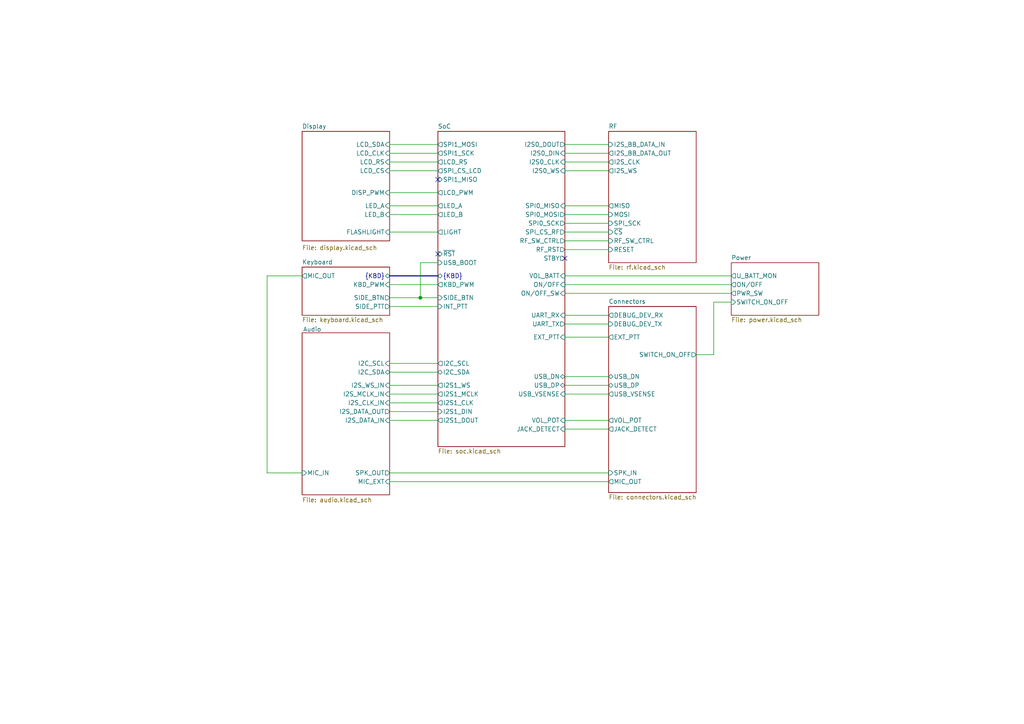
<source format=kicad_sch>
(kicad_sch
	(version 20250114)
	(generator "eeschema")
	(generator_version "9.0")
	(uuid "73efc1fc-21f6-4aef-9f73-508fe18fa32e")
	(paper "A4")
	(title_block
		(title "LinHT - Linux-based SDR handheld transceiver")
		(date "29 July 2025")
		(rev "A")
		(company "M17 Foundation")
		(comment 1 "Author: Wojciech SP5WWP, Andy OE3ANC, Vlastimil OK5VAS")
	)
	(lib_symbols)
	(junction
		(at 121.92 86.36)
		(diameter 0)
		(color 0 0 0 0)
		(uuid "9e13e272-260f-41e4-bde6-9d04184eccb9")
	)
	(no_connect
		(at 163.83 74.93)
		(uuid "37e20892-c453-478f-94d7-f772c4094133")
	)
	(no_connect
		(at 127 52.07)
		(uuid "694ff94e-0d28-4648-ac51-82340dc7e608")
	)
	(no_connect
		(at 127 73.66)
		(uuid "83ce5324-3530-4075-8a7b-dfecf2e49d0b")
	)
	(wire
		(pts
			(xy 163.83 62.23) (xy 176.53 62.23)
		)
		(stroke
			(width 0)
			(type default)
		)
		(uuid "03d5439f-251c-4190-a5d9-f661818a4061")
	)
	(wire
		(pts
			(xy 113.03 107.95) (xy 127 107.95)
		)
		(stroke
			(width 0)
			(type default)
		)
		(uuid "041fefa9-b1bb-4940-ae77-945687b611f9")
	)
	(wire
		(pts
			(xy 163.83 111.76) (xy 176.53 111.76)
		)
		(stroke
			(width 0)
			(type default)
		)
		(uuid "073ef491-1cf2-4be3-9a24-f2ae1b0aa4e4")
	)
	(wire
		(pts
			(xy 207.01 102.87) (xy 201.93 102.87)
		)
		(stroke
			(width 0)
			(type default)
		)
		(uuid "0aab4f06-34e8-479e-8025-ba8885f38311")
	)
	(wire
		(pts
			(xy 212.09 87.63) (xy 207.01 87.63)
		)
		(stroke
			(width 0)
			(type default)
		)
		(uuid "0d52a09b-c148-413f-a2e8-d45c3e9fcd08")
	)
	(wire
		(pts
			(xy 163.83 85.09) (xy 212.09 85.09)
		)
		(stroke
			(width 0)
			(type default)
		)
		(uuid "1138da7c-f8d0-4ea6-9581-f9b6a29223a3")
	)
	(wire
		(pts
			(xy 113.03 88.9) (xy 127 88.9)
		)
		(stroke
			(width 0)
			(type default)
		)
		(uuid "12b271f1-f806-4f8b-ad70-91763868a4d4")
	)
	(wire
		(pts
			(xy 77.47 137.16) (xy 87.63 137.16)
		)
		(stroke
			(width 0)
			(type default)
		)
		(uuid "138baeae-1e69-4d44-b578-4cc56438a288")
	)
	(wire
		(pts
			(xy 163.83 93.98) (xy 176.53 93.98)
		)
		(stroke
			(width 0)
			(type default)
		)
		(uuid "17a4926f-7070-4bd6-8791-180fd1330a6d")
	)
	(wire
		(pts
			(xy 163.83 109.22) (xy 176.53 109.22)
		)
		(stroke
			(width 0)
			(type default)
		)
		(uuid "19af13c3-1177-40a8-b070-42f33e22d6dc")
	)
	(wire
		(pts
			(xy 163.83 91.44) (xy 176.53 91.44)
		)
		(stroke
			(width 0)
			(type default)
		)
		(uuid "1aa97690-07a9-4482-b65e-9401e96283f1")
	)
	(wire
		(pts
			(xy 113.03 119.38) (xy 127 119.38)
		)
		(stroke
			(width 0)
			(type default)
		)
		(uuid "234c0a8a-3a46-445f-95c0-e821ec80cd25")
	)
	(wire
		(pts
			(xy 113.03 55.88) (xy 127 55.88)
		)
		(stroke
			(width 0)
			(type default)
		)
		(uuid "2c2257d7-4993-4b6d-a8c2-463c27b013d5")
	)
	(wire
		(pts
			(xy 163.83 64.77) (xy 176.53 64.77)
		)
		(stroke
			(width 0)
			(type default)
		)
		(uuid "31862343-3a13-44e3-9673-4e1da1fb6f25")
	)
	(wire
		(pts
			(xy 163.83 69.85) (xy 176.53 69.85)
		)
		(stroke
			(width 0)
			(type default)
		)
		(uuid "391a7b82-e1bd-44e2-b2b6-17336200451d")
	)
	(wire
		(pts
			(xy 121.92 76.2) (xy 121.92 86.36)
		)
		(stroke
			(width 0)
			(type default)
		)
		(uuid "3f48d8cc-644d-4f2f-a112-223466b1d7a1")
	)
	(wire
		(pts
			(xy 113.03 86.36) (xy 121.92 86.36)
		)
		(stroke
			(width 0)
			(type default)
		)
		(uuid "4083a81a-ec30-48aa-8fc8-b9129b3b9fc7")
	)
	(wire
		(pts
			(xy 113.03 116.84) (xy 127 116.84)
		)
		(stroke
			(width 0)
			(type default)
		)
		(uuid "46f6c62a-639e-431b-a98a-55f5b51a2f08")
	)
	(wire
		(pts
			(xy 113.03 59.69) (xy 127 59.69)
		)
		(stroke
			(width 0)
			(type default)
		)
		(uuid "48ef1f88-8521-4f67-9eb8-d81d8a23d2e4")
	)
	(wire
		(pts
			(xy 163.83 114.3) (xy 176.53 114.3)
		)
		(stroke
			(width 0)
			(type default)
		)
		(uuid "51e02e9a-2174-4940-811f-e0a3bae55ba9")
	)
	(wire
		(pts
			(xy 163.83 121.92) (xy 176.53 121.92)
		)
		(stroke
			(width 0)
			(type default)
		)
		(uuid "58cc5eab-d63f-470a-a3ad-3272e22db80f")
	)
	(wire
		(pts
			(xy 113.03 114.3) (xy 127 114.3)
		)
		(stroke
			(width 0)
			(type default)
		)
		(uuid "59aa64cf-fe4e-42c8-a7f8-7bbabafe73d6")
	)
	(wire
		(pts
			(xy 163.83 59.69) (xy 176.53 59.69)
		)
		(stroke
			(width 0)
			(type default)
		)
		(uuid "5a8aab5b-8e63-4bfe-80d5-024aeb9261fd")
	)
	(wire
		(pts
			(xy 113.03 67.31) (xy 127 67.31)
		)
		(stroke
			(width 0)
			(type default)
		)
		(uuid "5d2dfba8-01e8-49d9-aebf-5b567ffd9be6")
	)
	(wire
		(pts
			(xy 207.01 87.63) (xy 207.01 102.87)
		)
		(stroke
			(width 0)
			(type default)
		)
		(uuid "60b395b3-b74d-4ec0-8a09-78b654048ab1")
	)
	(wire
		(pts
			(xy 87.63 80.01) (xy 77.47 80.01)
		)
		(stroke
			(width 0)
			(type default)
		)
		(uuid "64397593-867d-44f5-8c53-84f4411bec20")
	)
	(wire
		(pts
			(xy 163.83 124.46) (xy 176.53 124.46)
		)
		(stroke
			(width 0)
			(type default)
		)
		(uuid "69517b79-c0bd-4b4f-8c36-80cadcf04ab6")
	)
	(wire
		(pts
			(xy 163.83 46.99) (xy 176.53 46.99)
		)
		(stroke
			(width 0)
			(type default)
		)
		(uuid "6fa5d6ad-b2d5-42cb-b8f2-6057954b47ec")
	)
	(wire
		(pts
			(xy 163.83 49.53) (xy 176.53 49.53)
		)
		(stroke
			(width 0)
			(type default)
		)
		(uuid "72f2ba45-ff8c-4fe2-ba82-36a9e4427718")
	)
	(wire
		(pts
			(xy 113.03 137.16) (xy 176.53 137.16)
		)
		(stroke
			(width 0)
			(type default)
		)
		(uuid "75aa5e5f-8287-49bd-8161-88891d024a58")
	)
	(wire
		(pts
			(xy 113.03 105.41) (xy 127 105.41)
		)
		(stroke
			(width 0)
			(type default)
		)
		(uuid "87395d4f-3390-4c0f-ba31-e9ebe096e817")
	)
	(wire
		(pts
			(xy 127 76.2) (xy 121.92 76.2)
		)
		(stroke
			(width 0)
			(type default)
		)
		(uuid "8b0ffa9e-917a-4eb9-9c8d-071b1f53839a")
	)
	(wire
		(pts
			(xy 113.03 111.76) (xy 127 111.76)
		)
		(stroke
			(width 0)
			(type default)
		)
		(uuid "8be018a4-81f4-43a6-ba04-f56215bdf9aa")
	)
	(wire
		(pts
			(xy 121.92 86.36) (xy 127 86.36)
		)
		(stroke
			(width 0)
			(type default)
		)
		(uuid "90d60754-2204-471f-a581-1ed44cb47898")
	)
	(wire
		(pts
			(xy 113.03 139.7) (xy 176.53 139.7)
		)
		(stroke
			(width 0)
			(type default)
		)
		(uuid "9aa78dfa-ee02-4110-b66d-517fed36cfbe")
	)
	(wire
		(pts
			(xy 163.83 72.39) (xy 176.53 72.39)
		)
		(stroke
			(width 0)
			(type default)
		)
		(uuid "a20d4d66-2c1d-4aa7-8199-9e2b36cced10")
	)
	(wire
		(pts
			(xy 113.03 41.91) (xy 127 41.91)
		)
		(stroke
			(width 0)
			(type default)
		)
		(uuid "a30a86a6-db5c-4b35-a8fd-9475543b2a76")
	)
	(wire
		(pts
			(xy 163.83 82.55) (xy 212.09 82.55)
		)
		(stroke
			(width 0)
			(type default)
		)
		(uuid "a6208f18-7813-481f-bee2-329eccf56b9f")
	)
	(wire
		(pts
			(xy 113.03 62.23) (xy 127 62.23)
		)
		(stroke
			(width 0)
			(type default)
		)
		(uuid "aa538a09-4959-495d-92c7-5a90b85ce20a")
	)
	(wire
		(pts
			(xy 77.47 80.01) (xy 77.47 137.16)
		)
		(stroke
			(width 0)
			(type default)
		)
		(uuid "b2fc58d0-fa76-475a-a952-aa419d8ba842")
	)
	(wire
		(pts
			(xy 163.83 80.01) (xy 212.09 80.01)
		)
		(stroke
			(width 0)
			(type default)
		)
		(uuid "b66e3d7b-5528-4c7d-9c98-05ee7c18070d")
	)
	(wire
		(pts
			(xy 163.83 97.79) (xy 176.53 97.79)
		)
		(stroke
			(width 0)
			(type default)
		)
		(uuid "b6939206-7b68-403d-85a0-8bc8a68c00ff")
	)
	(wire
		(pts
			(xy 113.03 82.55) (xy 127 82.55)
		)
		(stroke
			(width 0)
			(type default)
		)
		(uuid "c0a1ac7d-c1a4-48f6-8d18-1057d46220f0")
	)
	(wire
		(pts
			(xy 113.03 49.53) (xy 127 49.53)
		)
		(stroke
			(width 0)
			(type default)
		)
		(uuid "c656243d-71eb-459e-8ac0-d2c043c07630")
	)
	(wire
		(pts
			(xy 113.03 121.92) (xy 127 121.92)
		)
		(stroke
			(width 0)
			(type default)
		)
		(uuid "c67fc227-02b0-4da6-a6d0-bb749ab525ec")
	)
	(bus
		(pts
			(xy 113.03 80.01) (xy 127 80.01)
		)
		(stroke
			(width 0)
			(type default)
		)
		(uuid "cfb7b4fb-abb7-426f-990f-ee977254e77c")
	)
	(wire
		(pts
			(xy 113.03 46.99) (xy 127 46.99)
		)
		(stroke
			(width 0)
			(type default)
		)
		(uuid "cfbb2796-e80f-4958-9927-cf2600c4e310")
	)
	(wire
		(pts
			(xy 113.03 44.45) (xy 127 44.45)
		)
		(stroke
			(width 0)
			(type default)
		)
		(uuid "db449492-38a8-4329-b320-fe2b38360103")
	)
	(wire
		(pts
			(xy 163.83 44.45) (xy 176.53 44.45)
		)
		(stroke
			(width 0)
			(type default)
		)
		(uuid "dc456a8b-88d8-4e08-bb84-7c8681c50862")
	)
	(wire
		(pts
			(xy 163.83 67.31) (xy 176.53 67.31)
		)
		(stroke
			(width 0)
			(type default)
		)
		(uuid "e03df9b8-5b13-4594-aaee-f7ca8962def8")
	)
	(wire
		(pts
			(xy 163.83 41.91) (xy 176.53 41.91)
		)
		(stroke
			(width 0)
			(type default)
		)
		(uuid "fc087734-3735-4de9-90de-c63f393b7213")
	)
	(sheet
		(at 87.63 77.47)
		(size 25.4 13.97)
		(exclude_from_sim no)
		(in_bom yes)
		(on_board yes)
		(dnp no)
		(fields_autoplaced yes)
		(stroke
			(width 0.1524)
			(type solid)
		)
		(fill
			(color 0 0 0 0.0000)
		)
		(uuid "058c0cc5-75b0-4494-8e78-217aac2f1bdc")
		(property "Sheetname" "Keyboard"
			(at 87.63 76.7584 0)
			(effects
				(font
					(size 1.27 1.27)
				)
				(justify left bottom)
			)
		)
		(property "Sheetfile" "keyboard.kicad_sch"
			(at 87.63 92.0246 0)
			(effects
				(font
					(size 1.27 1.27)
				)
				(justify left top)
			)
		)
		(pin "KBD_PWM" input
			(at 113.03 82.55 0)
			(uuid "239a8a29-e3b0-440a-9454-3845c5c26fc9")
			(effects
				(font
					(size 1.27 1.27)
				)
				(justify right)
			)
		)
		(pin "MIC_OUT" output
			(at 87.63 80.01 180)
			(uuid "3b9429f1-8be2-447b-9204-4262b533293d")
			(effects
				(font
					(size 1.27 1.27)
				)
				(justify left)
			)
		)
		(pin "SIDE_BTN" output
			(at 113.03 86.36 0)
			(uuid "308e02c4-81eb-4086-9173-2fb1b235e6ac")
			(effects
				(font
					(size 1.27 1.27)
				)
				(justify right)
			)
		)
		(pin "SIDE_PTT" output
			(at 113.03 88.9 0)
			(uuid "8949db2e-48ff-4488-b2df-b7d756a1ec64")
			(effects
				(font
					(size 1.27 1.27)
				)
				(justify right)
			)
		)
		(pin "{KBD}" bidirectional
			(at 113.03 80.01 0)
			(uuid "c79fb498-9bb3-421e-9cbf-a5bcbeca4a77")
			(effects
				(font
					(size 1.27 1.27)
				)
				(justify right)
			)
		)
		(instances
			(project "linht-hw"
				(path "/73efc1fc-21f6-4aef-9f73-508fe18fa32e"
					(page "7")
				)
			)
		)
	)
	(sheet
		(at 176.53 38.1)
		(size 25.4 38.1)
		(exclude_from_sim no)
		(in_bom yes)
		(on_board yes)
		(dnp no)
		(fields_autoplaced yes)
		(stroke
			(width 0.1524)
			(type solid)
		)
		(fill
			(color 0 0 0 0.0000)
		)
		(uuid "396f7379-aa29-4457-8ed7-53dec5fceba4")
		(property "Sheetname" "RF"
			(at 176.53 37.3884 0)
			(effects
				(font
					(size 1.27 1.27)
				)
				(justify left bottom)
			)
		)
		(property "Sheetfile" "rf.kicad_sch"
			(at 176.53 76.7846 0)
			(effects
				(font
					(size 1.27 1.27)
				)
				(justify left top)
			)
		)
		(pin "I2S_BB_DATA_IN" input
			(at 176.53 41.91 180)
			(uuid "86fa3b41-dd82-49f8-b319-a1c17b6508cf")
			(effects
				(font
					(size 1.27 1.27)
				)
				(justify left)
			)
		)
		(pin "I2S_BB_DATA_OUT" output
			(at 176.53 44.45 180)
			(uuid "71263233-a976-4dc0-a319-a152595013f4")
			(effects
				(font
					(size 1.27 1.27)
				)
				(justify left)
			)
		)
		(pin "I2S_CLK" output
			(at 176.53 46.99 180)
			(uuid "8e20ecd5-9bc6-4582-899b-33baba7b5327")
			(effects
				(font
					(size 1.27 1.27)
				)
				(justify left)
			)
		)
		(pin "I2S_WS" output
			(at 176.53 49.53 180)
			(uuid "5340a732-9147-406d-82ce-290ad30e972d")
			(effects
				(font
					(size 1.27 1.27)
				)
				(justify left)
			)
		)
		(pin "MISO" output
			(at 176.53 59.69 180)
			(uuid "3ff5f665-c7e3-4dbb-b738-42f9df428d1a")
			(effects
				(font
					(size 1.27 1.27)
				)
				(justify left)
			)
		)
		(pin "MOSI" input
			(at 176.53 62.23 180)
			(uuid "207e70cc-1360-4640-9698-23a4563629d7")
			(effects
				(font
					(size 1.27 1.27)
				)
				(justify left)
			)
		)
		(pin "RESET" input
			(at 176.53 72.39 180)
			(uuid "7d1758e5-37ce-45e8-b172-d86a2c8108f7")
			(effects
				(font
					(size 1.27 1.27)
				)
				(justify left)
			)
		)
		(pin "SPI_SCK" input
			(at 176.53 64.77 180)
			(uuid "0a0158bb-2be0-4c28-8c01-de892e5b47b7")
			(effects
				(font
					(size 1.27 1.27)
				)
				(justify left)
			)
		)
		(pin "~{CS}" input
			(at 176.53 67.31 180)
			(uuid "c170e0f1-7cad-413c-9a09-7eeeed92247b")
			(effects
				(font
					(size 1.27 1.27)
				)
				(justify left)
			)
		)
		(pin "RF_SW_CTRL" input
			(at 176.53 69.85 180)
			(uuid "12f00fe3-bd46-478f-a45b-f0e9bb689456")
			(effects
				(font
					(size 1.27 1.27)
				)
				(justify left)
			)
		)
		(instances
			(project "linht-hw"
				(path "/73efc1fc-21f6-4aef-9f73-508fe18fa32e"
					(page "3")
				)
			)
		)
	)
	(sheet
		(at 87.63 38.1)
		(size 25.4 31.75)
		(exclude_from_sim no)
		(in_bom yes)
		(on_board yes)
		(dnp no)
		(stroke
			(width 0.1524)
			(type solid)
		)
		(fill
			(color 0 0 0 0.0000)
		)
		(uuid "42192b89-bd04-4531-bec0-520394b48a86")
		(property "Sheetname" "Display"
			(at 87.63 37.3884 0)
			(effects
				(font
					(size 1.27 1.27)
				)
				(justify left bottom)
			)
		)
		(property "Sheetfile" "display.kicad_sch"
			(at 87.63 71.12 0)
			(effects
				(font
					(size 1.27 1.27)
				)
				(justify left top)
			)
		)
		(pin "DISP_PWM" input
			(at 113.03 55.88 0)
			(uuid "bb0b2d61-0c38-4dba-a77c-316259db051e")
			(effects
				(font
					(size 1.27 1.27)
				)
				(justify right)
			)
		)
		(pin "LCD_CLK" input
			(at 113.03 44.45 0)
			(uuid "e3508172-34b8-4984-9c2b-3a87036581ed")
			(effects
				(font
					(size 1.27 1.27)
				)
				(justify right)
			)
		)
		(pin "LCD_CS" input
			(at 113.03 49.53 0)
			(uuid "882635bc-8a86-4e52-9dcb-6b2388fa4eb1")
			(effects
				(font
					(size 1.27 1.27)
				)
				(justify right)
			)
		)
		(pin "LCD_RS" input
			(at 113.03 46.99 0)
			(uuid "97b3159e-e576-43c3-8f41-9266a9768d78")
			(effects
				(font
					(size 1.27 1.27)
				)
				(justify right)
			)
		)
		(pin "LCD_SDA" input
			(at 113.03 41.91 0)
			(uuid "863ba5c7-c22f-42bf-a4e4-3badcb16964e")
			(effects
				(font
					(size 1.27 1.27)
				)
				(justify right)
			)
		)
		(pin "FLASHLIGHT" input
			(at 113.03 67.31 0)
			(uuid "b6aa6a10-f3e1-4d3d-9c05-4810ca1b9620")
			(effects
				(font
					(size 1.27 1.27)
				)
				(justify right)
			)
		)
		(pin "LED_A" input
			(at 113.03 59.69 0)
			(uuid "850d24d0-aa4f-4a2e-aa73-e26bc3adcd1e")
			(effects
				(font
					(size 1.27 1.27)
				)
				(justify right)
			)
		)
		(pin "LED_B" input
			(at 113.03 62.23 0)
			(uuid "65997081-c943-41a0-a853-3f14f1e1d1b3")
			(effects
				(font
					(size 1.27 1.27)
				)
				(justify right)
			)
		)
		(instances
			(project "linht-hw"
				(path "/73efc1fc-21f6-4aef-9f73-508fe18fa32e"
					(page "6")
				)
			)
		)
	)
	(sheet
		(at 176.53 88.9)
		(size 25.4 53.975)
		(exclude_from_sim no)
		(in_bom yes)
		(on_board yes)
		(dnp no)
		(fields_autoplaced yes)
		(stroke
			(width 0.1524)
			(type solid)
		)
		(fill
			(color 0 0 0 0.0000)
		)
		(uuid "5f168690-b6ac-4b3d-aad0-4e97277dc85d")
		(property "Sheetname" "Connectors"
			(at 176.53 88.1884 0)
			(effects
				(font
					(size 1.27 1.27)
				)
				(justify left bottom)
			)
		)
		(property "Sheetfile" "connectors.kicad_sch"
			(at 176.53 143.4596 0)
			(effects
				(font
					(size 1.27 1.27)
				)
				(justify left top)
			)
		)
		(pin "DEBUG_DEV_RX" output
			(at 176.53 91.44 180)
			(uuid "2c51395a-956a-4632-bdf6-e1a03d325ac5")
			(effects
				(font
					(size 1.27 1.27)
				)
				(justify left)
			)
		)
		(pin "DEBUG_DEV_TX" input
			(at 176.53 93.98 180)
			(uuid "271f4e21-21e0-44ab-af40-885d83fe456b")
			(effects
				(font
					(size 1.27 1.27)
				)
				(justify left)
			)
		)
		(pin "EXT_PTT" output
			(at 176.53 97.79 180)
			(uuid "5cbb516f-d47a-4284-bc04-10442bc6fcc7")
			(effects
				(font
					(size 1.27 1.27)
				)
				(justify left)
			)
		)
		(pin "MIC_OUT" output
			(at 176.53 139.7 180)
			(uuid "4aaba51b-024e-4f33-9d98-8d0e2abf76c7")
			(effects
				(font
					(size 1.27 1.27)
				)
				(justify left)
			)
		)
		(pin "SPK_IN" input
			(at 176.53 137.16 180)
			(uuid "baa5f972-3377-4fc4-bafb-bfce8302fc29")
			(effects
				(font
					(size 1.27 1.27)
				)
				(justify left)
			)
		)
		(pin "USB_DN" bidirectional
			(at 176.53 109.22 180)
			(uuid "7a07c932-bb69-4d6c-a7a7-38effb199199")
			(effects
				(font
					(size 1.27 1.27)
				)
				(justify left)
			)
		)
		(pin "USB_DP" bidirectional
			(at 176.53 111.76 180)
			(uuid "a56a6a9a-2d86-4d0c-bb8d-a1f71a4c4a22")
			(effects
				(font
					(size 1.27 1.27)
				)
				(justify left)
			)
		)
		(pin "USB_VSENSE" output
			(at 176.53 114.3 180)
			(uuid "6bbd0393-56af-43f8-a50e-137d565b7ab9")
			(effects
				(font
					(size 1.27 1.27)
				)
				(justify left)
			)
		)
		(pin "VOL_POT" output
			(at 176.53 121.92 180)
			(uuid "25e55ec1-2954-4697-9c42-046cdb5ab9ea")
			(effects
				(font
					(size 1.27 1.27)
				)
				(justify left)
			)
		)
		(pin "SWITCH_ON_OFF" output
			(at 201.93 102.87 0)
			(uuid "308af20a-4d30-418d-bc2c-3b10d2582e75")
			(effects
				(font
					(size 1.27 1.27)
				)
				(justify right)
			)
		)
		(pin "JACK_DETECT" output
			(at 176.53 124.46 180)
			(uuid "77120d09-2609-455d-bcba-0fa741c4f8b6")
			(effects
				(font
					(size 1.27 1.27)
				)
				(justify left)
			)
		)
		(instances
			(project "linht-hw"
				(path "/73efc1fc-21f6-4aef-9f73-508fe18fa32e"
					(page "8")
				)
			)
		)
	)
	(sheet
		(at 127 38.1)
		(size 36.83 91.44)
		(exclude_from_sim no)
		(in_bom yes)
		(on_board yes)
		(dnp no)
		(fields_autoplaced yes)
		(stroke
			(width 0.1524)
			(type solid)
		)
		(fill
			(color 0 0 0 0.0000)
		)
		(uuid "9e50fe40-00b4-48a0-8ec6-ce79209e6a2d")
		(property "Sheetname" "SoC"
			(at 127 37.3884 0)
			(effects
				(font
					(size 1.27 1.27)
				)
				(justify left bottom)
			)
		)
		(property "Sheetfile" "soc.kicad_sch"
			(at 127 130.1246 0)
			(effects
				(font
					(size 1.27 1.27)
				)
				(justify left top)
			)
		)
		(pin "SPI_CS_LCD" output
			(at 127 49.53 180)
			(uuid "22ab764c-45ef-4bc1-bbaa-0cbab1d35503")
			(effects
				(font
					(size 1.27 1.27)
				)
				(justify left)
			)
		)
		(pin "SPI_CS_RF" output
			(at 163.83 67.31 0)
			(uuid "37bde74c-d283-4613-ab1e-78c75d8d43bb")
			(effects
				(font
					(size 1.27 1.27)
				)
				(justify right)
			)
		)
		(pin "I2S0_CLK" input
			(at 163.83 46.99 0)
			(uuid "ba6f3124-b7fd-4c3d-ba91-79ffe2c80aeb")
			(effects
				(font
					(size 1.27 1.27)
				)
				(justify right)
			)
		)
		(pin "I2S0_DIN" input
			(at 163.83 44.45 0)
			(uuid "bb400a6d-6612-45b0-9fea-9a6186c50bbd")
			(effects
				(font
					(size 1.27 1.27)
				)
				(justify right)
			)
		)
		(pin "I2S0_DOUT" output
			(at 163.83 41.91 0)
			(uuid "f3fa35b7-f77f-499c-a14b-265342bdc475")
			(effects
				(font
					(size 1.27 1.27)
				)
				(justify right)
			)
		)
		(pin "I2S0_WS" input
			(at 163.83 49.53 0)
			(uuid "59c0b9e9-75b9-44a4-96f9-c11e908a6c8d")
			(effects
				(font
					(size 1.27 1.27)
				)
				(justify right)
			)
		)
		(pin "I2S1_CLK" output
			(at 127 116.84 180)
			(uuid "7443c201-6aa3-4af0-a8bc-11e8d736fd60")
			(effects
				(font
					(size 1.27 1.27)
				)
				(justify left)
			)
		)
		(pin "I2S1_DIN" input
			(at 127 119.38 180)
			(uuid "355f763d-9e0a-4f5d-b6c6-faa96090d0d6")
			(effects
				(font
					(size 1.27 1.27)
				)
				(justify left)
			)
		)
		(pin "I2S1_DOUT" output
			(at 127 121.92 180)
			(uuid "db4eaba5-8bb8-4a84-85d6-55148106a396")
			(effects
				(font
					(size 1.27 1.27)
				)
				(justify left)
			)
		)
		(pin "I2S1_WS" output
			(at 127 111.76 180)
			(uuid "3f9015c0-e703-4d53-a5a5-c392f3c96233")
			(effects
				(font
					(size 1.27 1.27)
				)
				(justify left)
			)
		)
		(pin "LED_A" output
			(at 127 59.69 180)
			(uuid "d9e90527-6017-46ea-901f-2936fb061d58")
			(effects
				(font
					(size 1.27 1.27)
				)
				(justify left)
			)
		)
		(pin "LED_B" output
			(at 127 62.23 180)
			(uuid "cac601d0-2b9d-492c-8e1e-3243b76ae2da")
			(effects
				(font
					(size 1.27 1.27)
				)
				(justify left)
			)
		)
		(pin "ON{slash}OFF" input
			(at 163.83 82.55 0)
			(uuid "41445be6-d33e-4ceb-8568-6658613ea39c")
			(effects
				(font
					(size 1.27 1.27)
				)
				(justify right)
			)
		)
		(pin "RF_RST" output
			(at 163.83 72.39 0)
			(uuid "63b77381-0859-4cf2-9c0a-dfd8750f1ea8")
			(effects
				(font
					(size 1.27 1.27)
				)
				(justify right)
			)
		)
		(pin "SPI0_MISO" input
			(at 163.83 59.69 0)
			(uuid "83b7f1d1-e5e6-4a31-b5c0-0a77b469a263")
			(effects
				(font
					(size 1.27 1.27)
				)
				(justify right)
			)
		)
		(pin "SPI0_MOSI" output
			(at 163.83 62.23 0)
			(uuid "7296f434-81cd-4d69-9807-65a52e6c83f5")
			(effects
				(font
					(size 1.27 1.27)
				)
				(justify right)
			)
		)
		(pin "SPI0_SCK" output
			(at 163.83 64.77 0)
			(uuid "4a133e1f-50c9-4fc6-a794-4e3bc21c1300")
			(effects
				(font
					(size 1.27 1.27)
				)
				(justify right)
			)
		)
		(pin "SPI1_MISO" input
			(at 127 52.07 180)
			(uuid "9c485568-0937-4b0c-976a-13d545e254af")
			(effects
				(font
					(size 1.27 1.27)
				)
				(justify left)
			)
		)
		(pin "SPI1_MOSI" output
			(at 127 41.91 180)
			(uuid "c3cf24b1-bfa0-4d16-9bcc-7623583f3c6e")
			(effects
				(font
					(size 1.27 1.27)
				)
				(justify left)
			)
		)
		(pin "SPI1_SCK" output
			(at 127 44.45 180)
			(uuid "47a90083-b237-474c-96d7-c67a3ef6aabe")
			(effects
				(font
					(size 1.27 1.27)
				)
				(justify left)
			)
		)
		(pin "STBY" output
			(at 163.83 74.93 0)
			(uuid "ca791a82-77e4-4658-adda-b26a0837cb57")
			(effects
				(font
					(size 1.27 1.27)
				)
				(justify right)
			)
		)
		(pin "UART_RX" input
			(at 163.83 91.44 0)
			(uuid "3813c985-34ad-46e7-b7ea-86a055ff9f25")
			(effects
				(font
					(size 1.27 1.27)
				)
				(justify right)
			)
		)
		(pin "UART_TX" output
			(at 163.83 93.98 0)
			(uuid "2ee38e6a-f0e3-4d83-b614-185d04ebc68b")
			(effects
				(font
					(size 1.27 1.27)
				)
				(justify right)
			)
		)
		(pin "USB_BOOT" input
			(at 127 76.2 180)
			(uuid "faf507e9-04a3-4992-aa82-eda5725be3ad")
			(effects
				(font
					(size 1.27 1.27)
				)
				(justify left)
			)
		)
		(pin "USB_DN" bidirectional
			(at 163.83 109.22 0)
			(uuid "4824fa13-1f7c-4b9e-9905-f92367fa2658")
			(effects
				(font
					(size 1.27 1.27)
				)
				(justify right)
			)
		)
		(pin "USB_DP" bidirectional
			(at 163.83 111.76 0)
			(uuid "8228ebf3-2d53-487a-8bf5-ec085d726d51")
			(effects
				(font
					(size 1.27 1.27)
				)
				(justify right)
			)
		)
		(pin "USB_VSENSE" input
			(at 163.83 114.3 0)
			(uuid "409bead1-1816-4a40-871e-eff3baf12bac")
			(effects
				(font
					(size 1.27 1.27)
				)
				(justify right)
			)
		)
		(pin "~{RST}" input
			(at 127 73.66 180)
			(uuid "90b32eb2-d7a5-4ddf-9956-7a6b3a6919b8")
			(effects
				(font
					(size 1.27 1.27)
				)
				(justify left)
			)
		)
		(pin "LCD_RS" output
			(at 127 46.99 180)
			(uuid "bd12b5d3-ab3e-44bc-a6bc-ba1c7377e188")
			(effects
				(font
					(size 1.27 1.27)
				)
				(justify left)
			)
		)
		(pin "LCD_PWM" output
			(at 127 55.88 180)
			(uuid "336979da-7ff3-4333-9004-e28ce15a0f38")
			(effects
				(font
					(size 1.27 1.27)
				)
				(justify left)
			)
		)
		(pin "LIGHT" output
			(at 127 67.31 180)
			(uuid "cd8e6624-499c-4ef5-847d-7256c7e9f3fa")
			(effects
				(font
					(size 1.27 1.27)
				)
				(justify left)
			)
		)
		(pin "KBD_PWM" output
			(at 127 82.55 180)
			(uuid "becad852-d28d-427a-b17b-52aa696ff8dd")
			(effects
				(font
					(size 1.27 1.27)
				)
				(justify left)
			)
		)
		(pin "I2C_SCL" output
			(at 127 105.41 180)
			(uuid "94b273bd-4f52-4536-8d40-9be4b37e4f6d")
			(effects
				(font
					(size 1.27 1.27)
				)
				(justify left)
			)
		)
		(pin "I2C_SDA" bidirectional
			(at 127 107.95 180)
			(uuid "b4db390f-9ff1-4fe8-bf7c-6dd30f20a68b")
			(effects
				(font
					(size 1.27 1.27)
				)
				(justify left)
			)
		)
		(pin "EXT_PTT" input
			(at 163.83 97.79 0)
			(uuid "2896892d-ce50-4b49-b1ed-09bfae7aae9e")
			(effects
				(font
					(size 1.27 1.27)
				)
				(justify right)
			)
		)
		(pin "INT_PTT" input
			(at 127 88.9 180)
			(uuid "afbcc222-db35-489a-94bc-65768abb7451")
			(effects
				(font
					(size 1.27 1.27)
				)
				(justify left)
			)
		)
		(pin "SIDE_BTN" input
			(at 127 86.36 180)
			(uuid "f42dbcc6-5efc-400c-a742-641d7eece11b")
			(effects
				(font
					(size 1.27 1.27)
				)
				(justify left)
			)
		)
		(pin "I2S1_MCLK" output
			(at 127 114.3 180)
			(uuid "8eb60fd4-9dbb-45ee-b569-03c23ca188fb")
			(effects
				(font
					(size 1.27 1.27)
				)
				(justify left)
			)
		)
		(pin "ON{slash}OFF_SW" input
			(at 163.83 85.09 0)
			(uuid "e7511da3-4c45-4edc-a4cb-145c9c49b7df")
			(effects
				(font
					(size 1.27 1.27)
				)
				(justify right)
			)
		)
		(pin "VOL_POT" input
			(at 163.83 121.92 0)
			(uuid "e9a7b272-a8ec-4f17-8d38-db57bf792a77")
			(effects
				(font
					(size 1.27 1.27)
				)
				(justify right)
			)
		)
		(pin "{KBD}" bidirectional
			(at 127 80.01 180)
			(uuid "8f5edeb8-4459-4a36-8572-9282d3664c24")
			(effects
				(font
					(size 1.27 1.27)
				)
				(justify left)
			)
		)
		(pin "RF_SW_CTRL" output
			(at 163.83 69.85 0)
			(uuid "60da5c19-68f9-4f73-862b-20ba031911c9")
			(effects
				(font
					(size 1.27 1.27)
				)
				(justify right)
			)
		)
		(pin "VOL_BATT" input
			(at 163.83 80.01 0)
			(uuid "4d814c8e-d19c-4016-8376-45e596026aef")
			(effects
				(font
					(size 1.27 1.27)
				)
				(justify right)
			)
		)
		(pin "JACK_DETECT" input
			(at 163.83 124.46 0)
			(uuid "67e7ff3b-7920-43be-a11d-f3a2edd14b5f")
			(effects
				(font
					(size 1.27 1.27)
				)
				(justify right)
			)
		)
		(instances
			(project "linht-hw"
				(path "/73efc1fc-21f6-4aef-9f73-508fe18fa32e"
					(page "2")
				)
			)
		)
	)
	(sheet
		(at 212.09 76.2)
		(size 25.4 15.24)
		(exclude_from_sim no)
		(in_bom yes)
		(on_board yes)
		(dnp no)
		(fields_autoplaced yes)
		(stroke
			(width 0.1524)
			(type solid)
		)
		(fill
			(color 0 0 0 0.0000)
		)
		(uuid "be402a1e-34f3-489f-9745-963b98ced0ff")
		(property "Sheetname" "Power"
			(at 212.09 75.4884 0)
			(effects
				(font
					(size 1.27 1.27)
				)
				(justify left bottom)
			)
		)
		(property "Sheetfile" "power.kicad_sch"
			(at 212.09 92.0246 0)
			(effects
				(font
					(size 1.27 1.27)
				)
				(justify left top)
			)
		)
		(pin "U_BATT_MON" output
			(at 212.09 80.01 180)
			(uuid "29a882d5-a40e-476d-8dde-7afc50b15d76")
			(effects
				(font
					(size 1.27 1.27)
				)
				(justify left)
			)
		)
		(pin "ON{slash}OFF" output
			(at 212.09 82.55 180)
			(uuid "0441f964-f817-4afe-bef5-93b5a038f52c")
			(effects
				(font
					(size 1.27 1.27)
				)
				(justify left)
			)
		)
		(pin "PWR_SW" output
			(at 212.09 85.09 180)
			(uuid "e16d1f08-7032-433d-abf1-5028bde84d98")
			(effects
				(font
					(size 1.27 1.27)
				)
				(justify left)
			)
		)
		(pin "SWITCH_ON_OFF" input
			(at 212.09 87.63 180)
			(uuid "68ba3aca-b26e-4906-9bbb-3a1d0b7c7e26")
			(effects
				(font
					(size 1.27 1.27)
				)
				(justify left)
			)
		)
		(instances
			(project "linht-hw"
				(path "/73efc1fc-21f6-4aef-9f73-508fe18fa32e"
					(page "4")
				)
			)
		)
	)
	(sheet
		(at 87.63 96.52)
		(size 25.4 46.99)
		(exclude_from_sim no)
		(in_bom yes)
		(on_board yes)
		(dnp no)
		(stroke
			(width 0.1524)
			(type solid)
		)
		(fill
			(color 0 0 0 0.0000)
		)
		(uuid "c40b23ce-765e-4258-88c6-173a78d6d517")
		(property "Sheetname" "Audio"
			(at 87.884 96.266 0)
			(effects
				(font
					(size 1.27 1.27)
				)
				(justify left bottom)
			)
		)
		(property "Sheetfile" "audio.kicad_sch"
			(at 87.63 144.272 0)
			(effects
				(font
					(size 1.27 1.27)
				)
				(justify left top)
			)
		)
		(pin "MIC_IN" input
			(at 87.63 137.16 180)
			(uuid "1a881463-4902-44c0-8524-95a166731d8b")
			(effects
				(font
					(size 1.27 1.27)
				)
				(justify left)
			)
		)
		(pin "I2S_CLK_IN" input
			(at 113.03 116.84 0)
			(uuid "05441891-3606-4e0d-b20d-9e785ed969a8")
			(effects
				(font
					(size 1.27 1.27)
				)
				(justify right)
			)
		)
		(pin "I2S_DATA_IN" input
			(at 113.03 121.92 0)
			(uuid "3a6cf4df-92e0-4c9d-a314-6ec81e9a1f47")
			(effects
				(font
					(size 1.27 1.27)
				)
				(justify right)
			)
		)
		(pin "I2S_DATA_OUT" output
			(at 113.03 119.38 0)
			(uuid "7e6320d8-e8d9-4ae4-aa32-85a01a2f27eb")
			(effects
				(font
					(size 1.27 1.27)
				)
				(justify right)
			)
		)
		(pin "I2S_WS_IN" input
			(at 113.03 111.76 0)
			(uuid "1b7918dc-b8d1-4284-b32b-b4c1951735ff")
			(effects
				(font
					(size 1.27 1.27)
				)
				(justify right)
			)
		)
		(pin "I2C_SCL" input
			(at 113.03 105.41 0)
			(uuid "4fa76d9a-4690-4dca-a605-c4d706f1bd8b")
			(effects
				(font
					(size 1.27 1.27)
				)
				(justify right)
			)
		)
		(pin "I2C_SDA" bidirectional
			(at 113.03 107.95 0)
			(uuid "c5aff53b-e2ee-4307-8b24-8c6de8aa8180")
			(effects
				(font
					(size 1.27 1.27)
				)
				(justify right)
			)
		)
		(pin "I2S_MCLK_IN" input
			(at 113.03 114.3 0)
			(uuid "5fa5bce4-062a-4bd6-b62d-95468db61785")
			(effects
				(font
					(size 1.27 1.27)
				)
				(justify right)
			)
		)
		(pin "SPK_OUT" output
			(at 113.03 137.16 0)
			(uuid "beda13dc-04fd-488a-9f7f-f3f6c232098f")
			(effects
				(font
					(size 1.27 1.27)
				)
				(justify right)
			)
		)
		(pin "MIC_EXT" input
			(at 113.03 139.7 0)
			(uuid "9d48db58-8a4a-4f07-924e-d8a06f6c750d")
			(effects
				(font
					(size 1.27 1.27)
				)
				(justify right)
			)
		)
		(instances
			(project "linht-hw"
				(path "/73efc1fc-21f6-4aef-9f73-508fe18fa32e"
					(page "5")
				)
			)
		)
	)
	(sheet_instances
		(path "/"
			(page "1")
		)
	)
	(embedded_fonts no)
)

</source>
